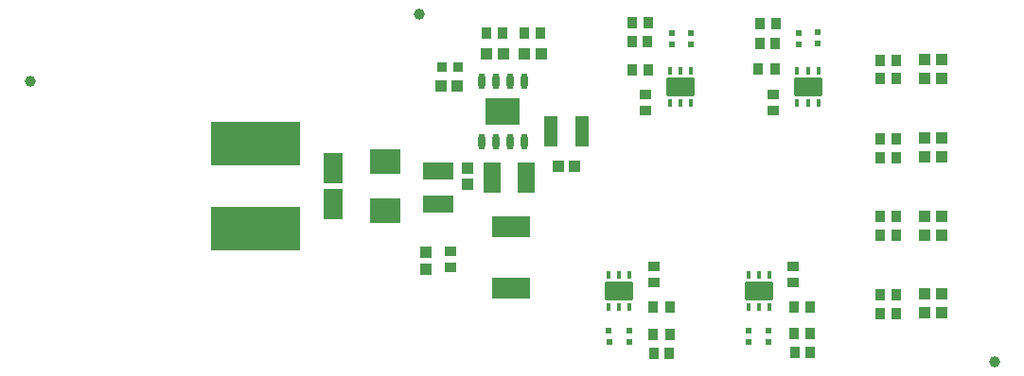
<source format=gtp>
G04 Layer_Color=7318015*
%FSAX25Y25*%
%MOIN*%
G70*
G01*
G75*
%ADD10R,0.12205X0.09449*%
%ADD11O,0.02362X0.05709*%
G04:AMPARAMS|DCode=12|XSize=98.43mil|YSize=68.9mil|CornerRadius=6.89mil|HoleSize=0mil|Usage=FLASHONLY|Rotation=0.000|XOffset=0mil|YOffset=0mil|HoleType=Round|Shape=RoundedRectangle|*
%AMROUNDEDRECTD12*
21,1,0.09843,0.05512,0,0,0.0*
21,1,0.08465,0.06890,0,0,0.0*
1,1,0.01378,0.04232,-0.02756*
1,1,0.01378,-0.04232,-0.02756*
1,1,0.01378,-0.04232,0.02756*
1,1,0.01378,0.04232,0.02756*
%
%ADD12ROUNDEDRECTD12*%
%ADD13R,0.01772X0.03071*%
%ADD14R,0.04134X0.03937*%
%ADD15R,0.03937X0.04134*%
%ADD16R,0.05118X0.10630*%
%ADD17R,0.05906X0.11024*%
%ADD18R,0.11024X0.05906*%
%ADD19R,0.03740X0.04134*%
%ADD20R,0.04134X0.03740*%
%ADD21R,0.10799X0.08500*%
%ADD22R,0.06693X0.11024*%
%ADD23R,0.13504X0.07205*%
%ADD24R,0.04134X0.03543*%
%ADD25R,0.03543X0.04134*%
%ADD26R,0.03740X0.03740*%
%ADD27R,0.31496X0.15748*%
%ADD28C,0.03937*%
%ADD29R,0.02165X0.02165*%
D10*
X0284557Y0195276D02*
D03*
D11*
X0292057Y0206004D02*
D03*
X0287057D02*
D03*
X0282057D02*
D03*
X0277057D02*
D03*
X0292057Y0184547D02*
D03*
X0287057D02*
D03*
X0282057D02*
D03*
X0277057D02*
D03*
D12*
X0392063Y0204063D02*
D03*
X0325590Y0131890D02*
D03*
X0374803D02*
D03*
X0347181Y0204063D02*
D03*
D13*
X0388323Y0209732D02*
D03*
X0392063D02*
D03*
X0395803D02*
D03*
Y0198394D02*
D03*
X0392063D02*
D03*
X0388323D02*
D03*
X0329331Y0126221D02*
D03*
X0325590D02*
D03*
X0321850D02*
D03*
Y0137559D02*
D03*
X0325590D02*
D03*
X0329331D02*
D03*
X0378543Y0126221D02*
D03*
X0374803D02*
D03*
X0371063D02*
D03*
Y0137559D02*
D03*
X0374803D02*
D03*
X0378543D02*
D03*
X0343441Y0209732D02*
D03*
X0347181D02*
D03*
X0350921D02*
D03*
Y0198394D02*
D03*
X0347181D02*
D03*
X0343441D02*
D03*
D14*
X0304134Y0175984D02*
D03*
X0310039D02*
D03*
X0292234Y0215748D02*
D03*
X0298140D02*
D03*
X0262795Y0204331D02*
D03*
X0268701D02*
D03*
X0278849Y0215748D02*
D03*
X0284754D02*
D03*
X0433268Y0206819D02*
D03*
X0439173D02*
D03*
Y0213512D02*
D03*
X0433268D02*
D03*
X0433268Y0151575D02*
D03*
X0439173D02*
D03*
Y0158268D02*
D03*
X0433268D02*
D03*
X0433268Y0124142D02*
D03*
X0439173D02*
D03*
Y0130835D02*
D03*
X0433268D02*
D03*
Y0179260D02*
D03*
X0439173D02*
D03*
Y0185953D02*
D03*
X0433268D02*
D03*
D15*
X0272352Y0175394D02*
D03*
Y0169488D02*
D03*
X0257480Y0145472D02*
D03*
Y0139567D02*
D03*
D16*
X0312598Y0188189D02*
D03*
X0301575D02*
D03*
D17*
X0292825Y0172047D02*
D03*
X0281014D02*
D03*
D18*
X0261722Y0174409D02*
D03*
Y0162598D02*
D03*
D19*
X0374705Y0210236D02*
D03*
X0380413D02*
D03*
X0343406Y0126378D02*
D03*
X0337697D02*
D03*
X0393012Y0126378D02*
D03*
X0387303D02*
D03*
X0330217Y0209842D02*
D03*
X0335925D02*
D03*
D20*
X0379921Y0201279D02*
D03*
Y0195571D02*
D03*
X0337795Y0134941D02*
D03*
Y0140650D02*
D03*
X0387008Y0134941D02*
D03*
Y0140650D02*
D03*
X0335039Y0201279D02*
D03*
Y0195571D02*
D03*
D21*
X0243307Y0160197D02*
D03*
Y0177598D02*
D03*
D22*
X0224803Y0175295D02*
D03*
Y0162500D02*
D03*
D23*
X0287402Y0154606D02*
D03*
Y0132795D02*
D03*
D24*
X0266142Y0140256D02*
D03*
Y0145965D02*
D03*
D25*
X0298041Y0222835D02*
D03*
X0292333D02*
D03*
X0284656D02*
D03*
X0278947D02*
D03*
X0423327Y0213386D02*
D03*
X0417618D02*
D03*
X0423327Y0206819D02*
D03*
X0417618D02*
D03*
X0380807Y0226378D02*
D03*
X0375098D02*
D03*
X0380610Y0219291D02*
D03*
X0375295D02*
D03*
X0423327Y0158268D02*
D03*
X0417618D02*
D03*
X0423327Y0151575D02*
D03*
X0417618D02*
D03*
X0337697Y0116535D02*
D03*
X0343406D02*
D03*
X0337831Y0109968D02*
D03*
X0343146D02*
D03*
X0423327Y0130709D02*
D03*
X0417618D02*
D03*
X0423327Y0123890D02*
D03*
X0417618D02*
D03*
X0387303Y0116929D02*
D03*
X0393012D02*
D03*
X0387500Y0110236D02*
D03*
X0392815D02*
D03*
X0423327Y0185559D02*
D03*
X0417618D02*
D03*
X0423327Y0178866D02*
D03*
X0417618D02*
D03*
X0335862Y0226504D02*
D03*
X0330153D02*
D03*
X0335665Y0219811D02*
D03*
X0330350D02*
D03*
D26*
X0263199Y0211024D02*
D03*
X0268907D02*
D03*
D27*
X0197638Y0153937D02*
D03*
Y0183858D02*
D03*
D28*
X0457874Y0107087D02*
D03*
X0118110Y0205906D02*
D03*
X0255118Y0229528D02*
D03*
D29*
X0329125Y0117935D02*
D03*
X0329134Y0113976D02*
D03*
X0322038Y0117935D02*
D03*
X0322047Y0113976D02*
D03*
X0378338Y0117935D02*
D03*
X0378346Y0113976D02*
D03*
X0371251Y0117935D02*
D03*
X0371260Y0113976D02*
D03*
X0350796Y0219073D02*
D03*
X0350787Y0223031D02*
D03*
X0344104Y0219073D02*
D03*
X0344094Y0223031D02*
D03*
X0388985Y0219073D02*
D03*
X0388976Y0223031D02*
D03*
X0395678Y0219174D02*
D03*
X0395669Y0223132D02*
D03*
M02*

</source>
